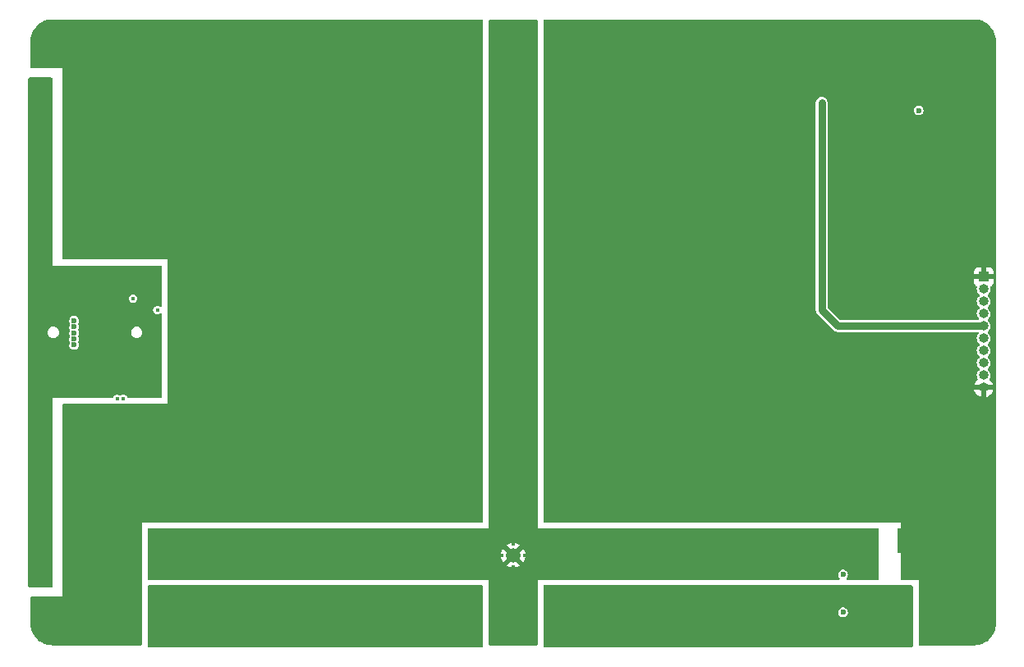
<source format=gbr>
%TF.GenerationSoftware,KiCad,Pcbnew,(5.99.0-11593-g5155093ec0)*%
%TF.CreationDate,2021-08-09T21:00:43+02:00*%
%TF.ProjectId,flatlight_rev21_ledside,666c6174-6c69-4676-9874-5f7265763231,rev?*%
%TF.SameCoordinates,Original*%
%TF.FileFunction,Copper,L2,Inr*%
%TF.FilePolarity,Positive*%
%FSLAX46Y46*%
G04 Gerber Fmt 4.6, Leading zero omitted, Abs format (unit mm)*
G04 Created by KiCad (PCBNEW (5.99.0-11593-g5155093ec0)) date 2021-08-09 21:00:43*
%MOMM*%
%LPD*%
G01*
G04 APERTURE LIST*
%TA.AperFunction,ComponentPad*%
%ADD10C,0.700000*%
%TD*%
%TA.AperFunction,ComponentPad*%
%ADD11C,4.400000*%
%TD*%
%TA.AperFunction,ComponentPad*%
%ADD12C,1.500000*%
%TD*%
%TA.AperFunction,ComponentPad*%
%ADD13R,1.000000X1.000000*%
%TD*%
%TA.AperFunction,ComponentPad*%
%ADD14O,1.000000X1.000000*%
%TD*%
%TA.AperFunction,ViaPad*%
%ADD15C,0.600000*%
%TD*%
%TA.AperFunction,ViaPad*%
%ADD16C,0.450000*%
%TD*%
%TA.AperFunction,ViaPad*%
%ADD17C,1.000000*%
%TD*%
%TA.AperFunction,Conductor*%
%ADD18C,0.800000*%
%TD*%
G04 APERTURE END LIST*
D10*
%TO.N,GND*%
%TO.C,H18*%
X254350000Y-29300000D03*
X252700000Y-30950000D03*
X251050000Y-29300000D03*
X252700000Y-27650000D03*
D11*
X252700000Y-29300000D03*
D10*
X251533274Y-30466726D03*
X253866726Y-30466726D03*
X251533274Y-28133274D03*
X253866726Y-28133274D03*
%TD*%
D12*
%TO.N,LS_SYS*%
%TO.C,H7*%
X205200000Y-82300000D03*
%TD*%
D10*
%TO.N,LS_SYS*%
%TO.C,H16*%
X206366726Y-88133274D03*
X203550000Y-89300000D03*
X206366726Y-90466726D03*
X205200000Y-90950000D03*
D11*
X205200000Y-89300000D03*
D10*
X206850000Y-89300000D03*
X204033274Y-88133274D03*
X205200000Y-87650000D03*
X204033274Y-90466726D03*
%TD*%
D12*
%TO.N,GND*%
%TO.C,H14*%
X186475000Y-59675000D03*
%TD*%
D10*
%TO.N,GND*%
%TO.C,H19*%
X251533274Y-90466726D03*
X251533274Y-88133274D03*
X253866726Y-88133274D03*
X254350000Y-89300000D03*
D11*
X252700000Y-89300000D03*
D10*
X253866726Y-90466726D03*
X251050000Y-89300000D03*
X252700000Y-90950000D03*
X252700000Y-87650000D03*
%TD*%
%TO.N,GND*%
%TO.C,H20*%
X157700000Y-90950000D03*
X159350000Y-89300000D03*
D11*
X157700000Y-89300000D03*
D10*
X156050000Y-89300000D03*
X158866726Y-90466726D03*
X156533274Y-90466726D03*
X157700000Y-87650000D03*
X156533274Y-88133274D03*
X158866726Y-88133274D03*
%TD*%
%TO.N,GND*%
%TO.C,H17*%
X157700000Y-27650000D03*
X156533274Y-28133274D03*
X159350000Y-29300000D03*
X157700000Y-30950000D03*
X158866726Y-30466726D03*
X156050000Y-29300000D03*
D11*
X157700000Y-29300000D03*
D10*
X158866726Y-28133274D03*
X156533274Y-30466726D03*
%TD*%
%TO.N,LS_SYS*%
%TO.C,H15*%
X204033274Y-28133274D03*
X205200000Y-27650000D03*
X206366726Y-30466726D03*
X203550000Y-29300000D03*
X205200000Y-30950000D03*
X206366726Y-28133274D03*
X206850000Y-29300000D03*
X204033274Y-30466726D03*
D11*
X205200000Y-29300000D03*
%TD*%
D13*
%TO.N,GND*%
%TO.C,J4*%
X253700000Y-53575000D03*
D14*
%TO.N,LS_LED_PWM*%
X253700000Y-54845000D03*
%TO.N,LS_FLASH_EN*%
X253700000Y-56115000D03*
%TO.N,LS_TORCH_EN*%
X253700000Y-57385000D03*
%TO.N,LS_WS_LDAT*%
X253700000Y-58655000D03*
%TO.N,LS_WS_POWER*%
X253700000Y-59925000D03*
%TO.N,LS_XP_LED_NTC*%
X253700000Y-61195000D03*
%TO.N,LS_JS_LED_NTC*%
X253700000Y-62465000D03*
%TO.N,+3V3*%
X253700000Y-63735000D03*
%TO.N,GND*%
X253700000Y-65005000D03*
%TD*%
D15*
%TO.N,GND*%
X175450000Y-27550000D03*
X254450000Y-68250000D03*
X254000000Y-48800000D03*
X254500000Y-50300000D03*
X162000000Y-90550000D03*
X209400000Y-28050000D03*
X253950000Y-75750000D03*
X253950000Y-84750000D03*
X243850000Y-27550000D03*
X227350000Y-28050000D03*
X236350000Y-28050000D03*
X253950000Y-78750000D03*
X242350000Y-28050000D03*
X170950000Y-28050000D03*
X225850000Y-27550000D03*
X167950000Y-28050000D03*
D16*
X162575000Y-67925000D03*
D15*
X164950000Y-28050000D03*
X254500000Y-35300000D03*
X197950000Y-28050000D03*
X230350000Y-28050000D03*
X228850000Y-27550000D03*
X253950000Y-69750000D03*
X188950000Y-28050000D03*
X187450000Y-27550000D03*
X254500000Y-38300000D03*
X254500000Y-41300000D03*
X163450000Y-27550000D03*
X190450000Y-27550000D03*
X245350000Y-28050000D03*
X196450000Y-27550000D03*
X254000000Y-45750000D03*
X163500000Y-91050000D03*
D16*
X168700000Y-71150000D03*
D15*
X254000000Y-33800000D03*
X254450000Y-86200000D03*
X200950000Y-28050000D03*
X212350000Y-28050000D03*
X213850000Y-27550000D03*
X160500000Y-27550000D03*
X234850000Y-27550000D03*
X166450000Y-27550000D03*
X253950000Y-72750000D03*
X181450000Y-27550000D03*
X248350000Y-28050000D03*
X254000000Y-51800000D03*
D16*
X166575000Y-71150000D03*
D15*
X254500000Y-44300000D03*
X254450000Y-77250000D03*
D16*
X162100000Y-67925000D03*
D15*
X224350000Y-28050000D03*
X215350000Y-28050000D03*
X254450000Y-80250000D03*
X231850000Y-27550000D03*
X254000000Y-36800000D03*
X199450000Y-27550000D03*
X250100000Y-91050000D03*
X246850000Y-27550000D03*
X254500000Y-47300000D03*
X182950000Y-28050000D03*
X178450000Y-27550000D03*
X169450000Y-27550000D03*
X254000000Y-42800000D03*
X172450000Y-27550000D03*
X233350000Y-28050000D03*
D16*
X165550000Y-67950000D03*
D15*
X179950000Y-28050000D03*
X194950000Y-28050000D03*
X254450000Y-83250000D03*
X176950000Y-28050000D03*
X240850000Y-27550000D03*
D16*
X165075000Y-67950000D03*
D15*
X254450000Y-71250000D03*
X248800000Y-90550000D03*
X210850000Y-27550000D03*
X254500000Y-32300000D03*
X219850000Y-27550000D03*
X239350000Y-28050000D03*
X173950000Y-28050000D03*
X249850000Y-27550000D03*
X237850000Y-27550000D03*
X218350000Y-28050000D03*
X216850000Y-27550000D03*
X166500000Y-91050000D03*
X254450000Y-74250000D03*
X184450000Y-27550000D03*
X253950000Y-81750000D03*
X221350000Y-28050000D03*
X160500000Y-91050000D03*
X253950000Y-66750000D03*
X222850000Y-27550000D03*
X254000000Y-39800000D03*
X191950000Y-28050000D03*
X247425000Y-91050000D03*
X185950000Y-28050000D03*
D16*
X163825000Y-67925000D03*
D15*
X165000000Y-90550000D03*
X161950000Y-28050000D03*
X193450000Y-27550000D03*
%TO.N,+3V3*%
X239200000Y-84300000D03*
D16*
X168500000Y-57000000D03*
%TO.N,LS_SYS*%
X205700000Y-32700000D03*
X205200000Y-32700000D03*
X205700000Y-42100000D03*
X204000000Y-82300000D03*
X205200000Y-83500000D03*
X204700000Y-42100000D03*
X205200000Y-81100000D03*
D17*
X168125000Y-81875000D03*
D16*
X206400000Y-82300000D03*
X205200000Y-42100000D03*
X204700000Y-32700000D03*
D15*
%TO.N,Net-(C47-Pad2)*%
X159925000Y-59350000D03*
X159925000Y-60600000D03*
X159925000Y-58725000D03*
X159925000Y-59975000D03*
X159925000Y-58100000D03*
%TO.N,LS_WS_LDAT*%
X237000000Y-35600000D03*
D16*
%TO.N,Net-(D35-Pad1)*%
X165025000Y-66125000D03*
X164350000Y-66125000D03*
D15*
%TO.N,LS_JS_LED_NTC*%
X239200000Y-88200000D03*
D16*
%TO.N,LS_XP_LED_NTC*%
X166000000Y-55800000D03*
D15*
%TO.N,LS_WS_POWER*%
X247000000Y-36400000D03*
%TO.N,LS_PWM_PWR*%
X225200000Y-90550000D03*
X201000000Y-90550000D03*
X238700000Y-91050000D03*
X234200000Y-90550000D03*
X196500000Y-91050000D03*
X177000000Y-90550000D03*
X192000000Y-90550000D03*
X214700000Y-91050000D03*
X211700000Y-91050000D03*
X228200000Y-90550000D03*
X223700000Y-91050000D03*
X208700000Y-91050000D03*
X231200000Y-90550000D03*
X183000000Y-90550000D03*
X181500000Y-91050000D03*
X174000000Y-90550000D03*
X222200000Y-90550000D03*
X235700000Y-91050000D03*
X190500000Y-91050000D03*
X189000000Y-90550000D03*
X195000000Y-90550000D03*
X232700000Y-91050000D03*
X169500000Y-91050000D03*
X237200000Y-90550000D03*
X180000000Y-90550000D03*
X199500000Y-91050000D03*
X172500000Y-91050000D03*
X210200000Y-90550000D03*
X241700000Y-91050000D03*
X217700000Y-91050000D03*
X193500000Y-91050000D03*
X229700000Y-91050000D03*
X187500000Y-91050000D03*
X168000000Y-90550000D03*
X175500000Y-91050000D03*
X198000000Y-90550000D03*
X243200000Y-90550000D03*
X244650000Y-91050000D03*
X216200000Y-90550000D03*
X213200000Y-90550000D03*
X240200000Y-90550000D03*
X219200000Y-90550000D03*
X184500000Y-91050000D03*
X171000000Y-90550000D03*
X186000000Y-90550000D03*
X178500000Y-91050000D03*
X220700000Y-91050000D03*
X226700000Y-91050000D03*
D17*
%TO.N,PAD*%
X156450000Y-68300000D03*
X155950000Y-48800000D03*
X156450000Y-77300000D03*
X156450000Y-62300000D03*
X155950000Y-42800000D03*
X155950000Y-66800000D03*
X155950000Y-51800000D03*
X156450000Y-83300000D03*
X155950000Y-39800000D03*
X156450000Y-80300000D03*
X155950000Y-84800000D03*
X156450000Y-56300000D03*
X155950000Y-33800000D03*
X155950000Y-72800000D03*
X156450000Y-65300000D03*
X156450000Y-50300000D03*
X156450000Y-44300000D03*
X156450000Y-41300000D03*
X155950000Y-75800000D03*
X156450000Y-38300000D03*
X155950000Y-36800000D03*
X155950000Y-60800000D03*
X155950000Y-63800000D03*
X155950000Y-81800000D03*
X156450000Y-53300000D03*
X156450000Y-71300000D03*
X155950000Y-57800000D03*
X155950000Y-54800000D03*
X155950000Y-78800000D03*
X155950000Y-45800000D03*
X155950000Y-69800000D03*
X156450000Y-35300000D03*
X156450000Y-47300000D03*
X156450000Y-74300000D03*
%TD*%
D18*
%TO.N,LS_WS_LDAT*%
X238655000Y-58655000D02*
X237000000Y-57000000D01*
X237000000Y-57000000D02*
X237000000Y-35600000D01*
X253700000Y-58655000D02*
X238655000Y-58655000D01*
%TD*%
%TA.AperFunction,Conductor*%
%TO.N,GND*%
G36*
X252680182Y-27001953D02*
G01*
X252685813Y-27001963D01*
X252699642Y-27005143D01*
X252713483Y-27002011D01*
X252727668Y-27002036D01*
X252727667Y-27002796D01*
X252735559Y-27002151D01*
X252888227Y-27011386D01*
X252969627Y-27016310D01*
X252984731Y-27018144D01*
X253242928Y-27065460D01*
X253257701Y-27069101D01*
X253508322Y-27147198D01*
X253522540Y-27152591D01*
X253761922Y-27260327D01*
X253775375Y-27267388D01*
X254000029Y-27403196D01*
X254012543Y-27411833D01*
X254219188Y-27573729D01*
X254230576Y-27583819D01*
X254416181Y-27769424D01*
X254426271Y-27780812D01*
X254588167Y-27987457D01*
X254596804Y-27999971D01*
X254732612Y-28224625D01*
X254739676Y-28238084D01*
X254847408Y-28477456D01*
X254852804Y-28491683D01*
X254930899Y-28742299D01*
X254934540Y-28757072D01*
X254981856Y-29015269D01*
X254983690Y-29030373D01*
X254997831Y-29264145D01*
X254998061Y-29271972D01*
X254998037Y-29285815D01*
X254994857Y-29299642D01*
X254997989Y-29313482D01*
X254997980Y-29318371D01*
X255000000Y-29336448D01*
X255000000Y-89262976D01*
X254998047Y-89280182D01*
X254998037Y-89285813D01*
X254994857Y-89299642D01*
X254997989Y-89313483D01*
X254997964Y-89327668D01*
X254997204Y-89327667D01*
X254997849Y-89335562D01*
X254983690Y-89569627D01*
X254981856Y-89584731D01*
X254934540Y-89842928D01*
X254930899Y-89857701D01*
X254859002Y-90088428D01*
X254852804Y-90108317D01*
X254847409Y-90122540D01*
X254826517Y-90168963D01*
X254739676Y-90361916D01*
X254732612Y-90375375D01*
X254596804Y-90600029D01*
X254588167Y-90612543D01*
X254426271Y-90819188D01*
X254416181Y-90830576D01*
X254230576Y-91016181D01*
X254219188Y-91026271D01*
X254012543Y-91188167D01*
X254000029Y-91196804D01*
X253775375Y-91332612D01*
X253761922Y-91339673D01*
X253522540Y-91447409D01*
X253508322Y-91452802D01*
X253336353Y-91506390D01*
X253257701Y-91530899D01*
X253242928Y-91534540D01*
X252984731Y-91581856D01*
X252969627Y-91583690D01*
X252735855Y-91597831D01*
X252728028Y-91598061D01*
X252714185Y-91598037D01*
X252700358Y-91594857D01*
X252686518Y-91597989D01*
X252681629Y-91597980D01*
X252663552Y-91600000D01*
X247126000Y-91600000D01*
X247057879Y-91579998D01*
X247011386Y-91526342D01*
X247000000Y-91474000D01*
X247000000Y-84850000D01*
X245276000Y-84850000D01*
X245207879Y-84829998D01*
X245161386Y-84776342D01*
X245150000Y-84724000D01*
X245150000Y-82050000D01*
X244926000Y-82050000D01*
X244857879Y-82029998D01*
X244811386Y-81976342D01*
X244800000Y-81924000D01*
X244800000Y-79626000D01*
X244820002Y-79557879D01*
X244873658Y-79511386D01*
X244926000Y-79500000D01*
X245150000Y-79500000D01*
X245150000Y-78900000D01*
X208426000Y-78900000D01*
X208357879Y-78879998D01*
X208311386Y-78826342D01*
X208300000Y-78774000D01*
X208300000Y-65270975D01*
X252727601Y-65270975D01*
X252756552Y-65371941D01*
X252761067Y-65383345D01*
X252845794Y-65548207D01*
X252852435Y-65558512D01*
X252967568Y-65703772D01*
X252976091Y-65712598D01*
X253117245Y-65832730D01*
X253127317Y-65839730D01*
X253289116Y-65930156D01*
X253300356Y-65935067D01*
X253428768Y-65976790D01*
X253442867Y-65977193D01*
X253446000Y-65970821D01*
X253446000Y-65277115D01*
X253444659Y-65272548D01*
X253954000Y-65272548D01*
X253954000Y-65962564D01*
X253957973Y-65976095D01*
X253966188Y-65977276D01*
X254060337Y-65950989D01*
X254071787Y-65946548D01*
X254237226Y-65862979D01*
X254247585Y-65856404D01*
X254393639Y-65742295D01*
X254402527Y-65733831D01*
X254523643Y-65593517D01*
X254530711Y-65583497D01*
X254622262Y-65422337D01*
X254627256Y-65411121D01*
X254672142Y-65276190D01*
X254672643Y-65262097D01*
X254666454Y-65259000D01*
X253972115Y-65259000D01*
X253956876Y-65263475D01*
X253955671Y-65264865D01*
X253954000Y-65272548D01*
X253444659Y-65272548D01*
X253441525Y-65261876D01*
X253440135Y-65260671D01*
X253432452Y-65259000D01*
X252742282Y-65259000D01*
X252728751Y-65262973D01*
X252727601Y-65270975D01*
X208300000Y-65270975D01*
X208300000Y-57000000D01*
X236394318Y-57000000D01*
X236399500Y-57039361D01*
X236414956Y-57156762D01*
X236475464Y-57302841D01*
X236571718Y-57428282D01*
X236578264Y-57433305D01*
X236596671Y-57447429D01*
X236609062Y-57458297D01*
X238196710Y-59045946D01*
X238207577Y-59058337D01*
X238226718Y-59083282D01*
X238258213Y-59107449D01*
X238258214Y-59107450D01*
X238352159Y-59179536D01*
X238498238Y-59240044D01*
X238655000Y-59260682D01*
X238663188Y-59259604D01*
X238686173Y-59256578D01*
X238702619Y-59255500D01*
X253071730Y-59255500D01*
X253139851Y-59275502D01*
X253186344Y-59329158D01*
X253196448Y-59399432D01*
X253174817Y-59453951D01*
X253078113Y-59591547D01*
X253016524Y-59749513D01*
X252994394Y-59917611D01*
X253012999Y-60086135D01*
X253071266Y-60245356D01*
X253075502Y-60251659D01*
X253075502Y-60251660D01*
X253088574Y-60271113D01*
X253165830Y-60386083D01*
X253171446Y-60391193D01*
X253254958Y-60467184D01*
X253291880Y-60527824D01*
X253290157Y-60598800D01*
X253252987Y-60655326D01*
X253175604Y-60722831D01*
X253078113Y-60861547D01*
X253016524Y-61019513D01*
X252994394Y-61187611D01*
X253012999Y-61356135D01*
X253071266Y-61515356D01*
X253075502Y-61521659D01*
X253075502Y-61521660D01*
X253088574Y-61541113D01*
X253165830Y-61656083D01*
X253171446Y-61661193D01*
X253254958Y-61737184D01*
X253291880Y-61797824D01*
X253290157Y-61868800D01*
X253252987Y-61925326D01*
X253175604Y-61992831D01*
X253078113Y-62131547D01*
X253016524Y-62289513D01*
X252994394Y-62457611D01*
X253012999Y-62626135D01*
X253071266Y-62785356D01*
X253075502Y-62791659D01*
X253075502Y-62791660D01*
X253088574Y-62811113D01*
X253165830Y-62926083D01*
X253171446Y-62931193D01*
X253254958Y-63007184D01*
X253291880Y-63067824D01*
X253290157Y-63138800D01*
X253252987Y-63195326D01*
X253175604Y-63262831D01*
X253078113Y-63401547D01*
X253016524Y-63559513D01*
X252994394Y-63727611D01*
X253012999Y-63896135D01*
X253071266Y-64055356D01*
X253075501Y-64061659D01*
X253075505Y-64061666D01*
X253077300Y-64064337D01*
X253078009Y-64066580D01*
X253078952Y-64068431D01*
X253078643Y-64068588D01*
X253098693Y-64132034D01*
X253080089Y-64200550D01*
X253051670Y-64232810D01*
X252996131Y-64277463D01*
X252987368Y-64286046D01*
X252868222Y-64428039D01*
X252861292Y-64438159D01*
X252771998Y-64600585D01*
X252767166Y-64611858D01*
X252728506Y-64733731D01*
X252728202Y-64747831D01*
X252734763Y-64751000D01*
X254658183Y-64751000D01*
X254671714Y-64747027D01*
X254672806Y-64739433D01*
X254638231Y-64624919D01*
X254633560Y-64613586D01*
X254546540Y-64449923D01*
X254539751Y-64439706D01*
X254422603Y-64296067D01*
X254413959Y-64287363D01*
X254347576Y-64232447D01*
X254307838Y-64173614D01*
X254306215Y-64102635D01*
X254316089Y-64078108D01*
X254318361Y-64074947D01*
X254321192Y-64067904D01*
X254321194Y-64067901D01*
X254378766Y-63924687D01*
X254378767Y-63924685D01*
X254381601Y-63917634D01*
X254405490Y-63749778D01*
X254405645Y-63735000D01*
X254403840Y-63720080D01*
X254386188Y-63574220D01*
X254385276Y-63566680D01*
X254325345Y-63408077D01*
X254229312Y-63268349D01*
X254145663Y-63193820D01*
X254108107Y-63133570D01*
X254109088Y-63062580D01*
X254147652Y-63003933D01*
X254213648Y-62947567D01*
X254213651Y-62947564D01*
X254219423Y-62942634D01*
X254318361Y-62804947D01*
X254326237Y-62785356D01*
X254378766Y-62654687D01*
X254378767Y-62654685D01*
X254381601Y-62647634D01*
X254405490Y-62479778D01*
X254405645Y-62465000D01*
X254403840Y-62450080D01*
X254386188Y-62304220D01*
X254385276Y-62296680D01*
X254325345Y-62138077D01*
X254229312Y-61998349D01*
X254145663Y-61923820D01*
X254108107Y-61863570D01*
X254109088Y-61792580D01*
X254147652Y-61733933D01*
X254213648Y-61677567D01*
X254213651Y-61677564D01*
X254219423Y-61672634D01*
X254318361Y-61534947D01*
X254326237Y-61515356D01*
X254378766Y-61384687D01*
X254378767Y-61384685D01*
X254381601Y-61377634D01*
X254405490Y-61209778D01*
X254405645Y-61195000D01*
X254403840Y-61180080D01*
X254386188Y-61034220D01*
X254385276Y-61026680D01*
X254325345Y-60868077D01*
X254229312Y-60728349D01*
X254145663Y-60653820D01*
X254108107Y-60593570D01*
X254109088Y-60522580D01*
X254147652Y-60463933D01*
X254213648Y-60407567D01*
X254213651Y-60407564D01*
X254219423Y-60402634D01*
X254318361Y-60264947D01*
X254326237Y-60245356D01*
X254378766Y-60114687D01*
X254378767Y-60114685D01*
X254381601Y-60107634D01*
X254405490Y-59939778D01*
X254405645Y-59925000D01*
X254403840Y-59910080D01*
X254386188Y-59764220D01*
X254385276Y-59756680D01*
X254325345Y-59598077D01*
X254229312Y-59458349D01*
X254145663Y-59383820D01*
X254108107Y-59323570D01*
X254109088Y-59252580D01*
X254147652Y-59193933D01*
X254213648Y-59137567D01*
X254213651Y-59137564D01*
X254219423Y-59132634D01*
X254318361Y-58994947D01*
X254381601Y-58837634D01*
X254405490Y-58669778D01*
X254405645Y-58655000D01*
X254385276Y-58486680D01*
X254325345Y-58328077D01*
X254229312Y-58188349D01*
X254145663Y-58113820D01*
X254108107Y-58053570D01*
X254109088Y-57982580D01*
X254147652Y-57923933D01*
X254213648Y-57867567D01*
X254213651Y-57867564D01*
X254219423Y-57862634D01*
X254318361Y-57724947D01*
X254326237Y-57705356D01*
X254378766Y-57574687D01*
X254378767Y-57574685D01*
X254381601Y-57567634D01*
X254397994Y-57452452D01*
X254404909Y-57403862D01*
X254404909Y-57403859D01*
X254405490Y-57399778D01*
X254405645Y-57385000D01*
X254403840Y-57370080D01*
X254396495Y-57309392D01*
X254385276Y-57216680D01*
X254325345Y-57058077D01*
X254264005Y-56968827D01*
X254233614Y-56924608D01*
X254233613Y-56924607D01*
X254229312Y-56918349D01*
X254145663Y-56843820D01*
X254108107Y-56783570D01*
X254109088Y-56712580D01*
X254147652Y-56653933D01*
X254213648Y-56597567D01*
X254213651Y-56597564D01*
X254219423Y-56592634D01*
X254318361Y-56454947D01*
X254326237Y-56435356D01*
X254378766Y-56304687D01*
X254378767Y-56304685D01*
X254381601Y-56297634D01*
X254405490Y-56129778D01*
X254405645Y-56115000D01*
X254403840Y-56100080D01*
X254386188Y-55954220D01*
X254385276Y-55946680D01*
X254325345Y-55788077D01*
X254229312Y-55648349D01*
X254145663Y-55573820D01*
X254108107Y-55513570D01*
X254109088Y-55442580D01*
X254147652Y-55383933D01*
X254213648Y-55327567D01*
X254213651Y-55327564D01*
X254219423Y-55322634D01*
X254318361Y-55184947D01*
X254326237Y-55165356D01*
X254378766Y-55034687D01*
X254378767Y-55034685D01*
X254381601Y-55027634D01*
X254405490Y-54859778D01*
X254405645Y-54845000D01*
X254404751Y-54837611D01*
X254386189Y-54684223D01*
X254386189Y-54684221D01*
X254385276Y-54676680D01*
X254382591Y-54669574D01*
X254381687Y-54665894D01*
X254384863Y-54594969D01*
X254425880Y-54537019D01*
X254443542Y-54525319D01*
X254453649Y-54519786D01*
X254555724Y-54443285D01*
X254568285Y-54430724D01*
X254644786Y-54328649D01*
X254653324Y-54313054D01*
X254698478Y-54192606D01*
X254702105Y-54177351D01*
X254707631Y-54126486D01*
X254708000Y-54119672D01*
X254708000Y-53847115D01*
X254703525Y-53831876D01*
X254702135Y-53830671D01*
X254694452Y-53829000D01*
X252710116Y-53829000D01*
X252694877Y-53833475D01*
X252693672Y-53834865D01*
X252692001Y-53842548D01*
X252692001Y-54119669D01*
X252692371Y-54126490D01*
X252697895Y-54177352D01*
X252701521Y-54192604D01*
X252746676Y-54313054D01*
X252755214Y-54328649D01*
X252831715Y-54430724D01*
X252844276Y-54443285D01*
X252946353Y-54519787D01*
X252956523Y-54525355D01*
X253006670Y-54575612D01*
X253021685Y-54645003D01*
X253018516Y-54664405D01*
X253016524Y-54669513D01*
X252994394Y-54837611D01*
X253012999Y-55006135D01*
X253071266Y-55165356D01*
X253075502Y-55171659D01*
X253075502Y-55171660D01*
X253088574Y-55191113D01*
X253165830Y-55306083D01*
X253171446Y-55311193D01*
X253254958Y-55387184D01*
X253291880Y-55447824D01*
X253290157Y-55518800D01*
X253252987Y-55575326D01*
X253175604Y-55642831D01*
X253078113Y-55781547D01*
X253016524Y-55939513D01*
X252994394Y-56107611D01*
X253012999Y-56276135D01*
X253071266Y-56435356D01*
X253075502Y-56441659D01*
X253075502Y-56441660D01*
X253088574Y-56461113D01*
X253165830Y-56576083D01*
X253171446Y-56581193D01*
X253254958Y-56657184D01*
X253291880Y-56717824D01*
X253290157Y-56788800D01*
X253252987Y-56845326D01*
X253175604Y-56912831D01*
X253078113Y-57051547D01*
X253016524Y-57209513D01*
X252994394Y-57377611D01*
X253012999Y-57546135D01*
X253071266Y-57705356D01*
X253075502Y-57711659D01*
X253075502Y-57711660D01*
X253084431Y-57724947D01*
X253165830Y-57846083D01*
X253167945Y-57848007D01*
X253196479Y-57910805D01*
X253186242Y-57981060D01*
X253139648Y-58034627D01*
X253071728Y-58054500D01*
X238955926Y-58054500D01*
X238887805Y-58034498D01*
X238866831Y-58017595D01*
X237637405Y-56788170D01*
X237603380Y-56725858D01*
X237600500Y-56699075D01*
X237600500Y-53030328D01*
X252692000Y-53030328D01*
X252692000Y-53302885D01*
X252696475Y-53318124D01*
X252697865Y-53319329D01*
X252705548Y-53321000D01*
X253427885Y-53321000D01*
X253443124Y-53316525D01*
X253444329Y-53315135D01*
X253446000Y-53307452D01*
X253446000Y-52585116D01*
X253444659Y-52580548D01*
X253954000Y-52580548D01*
X253954000Y-53302885D01*
X253958475Y-53318124D01*
X253959865Y-53319329D01*
X253967548Y-53321000D01*
X254689884Y-53321000D01*
X254705123Y-53316525D01*
X254706328Y-53315135D01*
X254707999Y-53307452D01*
X254707999Y-53030331D01*
X254707629Y-53023510D01*
X254702105Y-52972648D01*
X254698479Y-52957396D01*
X254653324Y-52836946D01*
X254644786Y-52821351D01*
X254568285Y-52719276D01*
X254555724Y-52706715D01*
X254453649Y-52630214D01*
X254438054Y-52621676D01*
X254317606Y-52576522D01*
X254302351Y-52572895D01*
X254251486Y-52567369D01*
X254244672Y-52567000D01*
X253972115Y-52567000D01*
X253956876Y-52571475D01*
X253955671Y-52572865D01*
X253954000Y-52580548D01*
X253444659Y-52580548D01*
X253441525Y-52569877D01*
X253440135Y-52568672D01*
X253432452Y-52567001D01*
X253155331Y-52567001D01*
X253148510Y-52567371D01*
X253097648Y-52572895D01*
X253082396Y-52576521D01*
X252961946Y-52621676D01*
X252946351Y-52630214D01*
X252844276Y-52706715D01*
X252831715Y-52719276D01*
X252755214Y-52821351D01*
X252746676Y-52836946D01*
X252701522Y-52957394D01*
X252697895Y-52972649D01*
X252692369Y-53023514D01*
X252692000Y-53030328D01*
X237600500Y-53030328D01*
X237600500Y-36393823D01*
X246494391Y-36393823D01*
X246495555Y-36402725D01*
X246495555Y-36402728D01*
X246496814Y-36412354D01*
X246512980Y-36535979D01*
X246570720Y-36667203D01*
X246576497Y-36674076D01*
X246576498Y-36674077D01*
X246583792Y-36682754D01*
X246662970Y-36776948D01*
X246782313Y-36856390D01*
X246919157Y-36899142D01*
X246928129Y-36899306D01*
X246928132Y-36899307D01*
X246993463Y-36900504D01*
X247062499Y-36901770D01*
X247071533Y-36899307D01*
X247192158Y-36866421D01*
X247192160Y-36866420D01*
X247200817Y-36864060D01*
X247322991Y-36789045D01*
X247419200Y-36682754D01*
X247481710Y-36553733D01*
X247505496Y-36412354D01*
X247505647Y-36400000D01*
X247485323Y-36258082D01*
X247425984Y-36127572D01*
X247407598Y-36106234D01*
X247338260Y-36025763D01*
X247338257Y-36025760D01*
X247332400Y-36018963D01*
X247212095Y-35940985D01*
X247074739Y-35899907D01*
X247065763Y-35899852D01*
X247065762Y-35899852D01*
X247005555Y-35899484D01*
X246931376Y-35899031D01*
X246793529Y-35938428D01*
X246672280Y-36014930D01*
X246577377Y-36122388D01*
X246516447Y-36252163D01*
X246494391Y-36393823D01*
X237600500Y-36393823D01*
X237600500Y-35560639D01*
X237585044Y-35443238D01*
X237524536Y-35297159D01*
X237428282Y-35171718D01*
X237302841Y-35075464D01*
X237156762Y-35014956D01*
X237000000Y-34994318D01*
X236843238Y-35014956D01*
X236697159Y-35075464D01*
X236571718Y-35171718D01*
X236475464Y-35297159D01*
X236414956Y-35443238D01*
X236399500Y-35560639D01*
X236399500Y-56952381D01*
X236398422Y-56968827D01*
X236394318Y-57000000D01*
X208300000Y-57000000D01*
X208300000Y-27126000D01*
X208320002Y-27057879D01*
X208373658Y-27011386D01*
X208426000Y-27000000D01*
X252662976Y-27000000D01*
X252680182Y-27001953D01*
G37*
%TD.AperFunction*%
%TD*%
%TA.AperFunction,Conductor*%
%TO.N,GND*%
G36*
X202042121Y-27020002D02*
G01*
X202088614Y-27073658D01*
X202100000Y-27126000D01*
X202100000Y-78774000D01*
X202079998Y-78842121D01*
X202026342Y-78888614D01*
X201974000Y-78900000D01*
X166900000Y-78900000D01*
X166900000Y-91474000D01*
X166879998Y-91542121D01*
X166826342Y-91588614D01*
X166774000Y-91600000D01*
X157737024Y-91600000D01*
X157719818Y-91598047D01*
X157714187Y-91598037D01*
X157700358Y-91594857D01*
X157686517Y-91597989D01*
X157672332Y-91597964D01*
X157672333Y-91597204D01*
X157664441Y-91597849D01*
X157496228Y-91587674D01*
X157430373Y-91583690D01*
X157415269Y-91581856D01*
X157157072Y-91534540D01*
X157142299Y-91530899D01*
X157063647Y-91506390D01*
X156891678Y-91452802D01*
X156877460Y-91447409D01*
X156638078Y-91339673D01*
X156624625Y-91332612D01*
X156399971Y-91196804D01*
X156387457Y-91188167D01*
X156180812Y-91026271D01*
X156169424Y-91016181D01*
X155983819Y-90830576D01*
X155973729Y-90819188D01*
X155811833Y-90612543D01*
X155803196Y-90600029D01*
X155667388Y-90375375D01*
X155660324Y-90361916D01*
X155573484Y-90168963D01*
X155552591Y-90122540D01*
X155547196Y-90108317D01*
X155540999Y-90088428D01*
X155469101Y-89857701D01*
X155465460Y-89842928D01*
X155418144Y-89584731D01*
X155416310Y-89569627D01*
X155402188Y-89336169D01*
X155402784Y-89314157D01*
X155403530Y-89307670D01*
X155405142Y-89300716D01*
X155405143Y-89300000D01*
X155403154Y-89291282D01*
X155400000Y-89263267D01*
X155400000Y-86726000D01*
X155420002Y-86657879D01*
X155473658Y-86611386D01*
X155526000Y-86600000D01*
X158700000Y-86600000D01*
X158700000Y-66826000D01*
X158720002Y-66757879D01*
X158773658Y-66711386D01*
X158826000Y-66700000D01*
X169575000Y-66700000D01*
X169575000Y-51800000D01*
X158826000Y-51800000D01*
X158757879Y-51779998D01*
X158711386Y-51726342D01*
X158700000Y-51674000D01*
X158700000Y-32000000D01*
X155526000Y-32000000D01*
X155457879Y-31979998D01*
X155411386Y-31926342D01*
X155400000Y-31874000D01*
X155400000Y-29337312D01*
X155403254Y-29308860D01*
X155405142Y-29300716D01*
X155405143Y-29300000D01*
X155403560Y-29293060D01*
X155402769Y-29285990D01*
X155403963Y-29285856D01*
X155402168Y-29264153D01*
X155416310Y-29030373D01*
X155418144Y-29015269D01*
X155465460Y-28757072D01*
X155469101Y-28742299D01*
X155547196Y-28491683D01*
X155552592Y-28477456D01*
X155660324Y-28238084D01*
X155667388Y-28224625D01*
X155803196Y-27999971D01*
X155811833Y-27987457D01*
X155973729Y-27780812D01*
X155983819Y-27769424D01*
X156169424Y-27583819D01*
X156180812Y-27573729D01*
X156387457Y-27411833D01*
X156399971Y-27403196D01*
X156624625Y-27267388D01*
X156638078Y-27260327D01*
X156877460Y-27152591D01*
X156891678Y-27147198D01*
X157142299Y-27069101D01*
X157157072Y-27065460D01*
X157415269Y-27018144D01*
X157430373Y-27016310D01*
X157664145Y-27002169D01*
X157671972Y-27001939D01*
X157685815Y-27001963D01*
X157699642Y-27005143D01*
X157713482Y-27002011D01*
X157718371Y-27002020D01*
X157736448Y-27000000D01*
X201974000Y-27000000D01*
X202042121Y-27020002D01*
G37*
%TD.AperFunction*%
%TD*%
%TA.AperFunction,Conductor*%
%TO.N,LS_PWM_PWR*%
G36*
X202042121Y-85420002D02*
G01*
X202088614Y-85473658D01*
X202100000Y-85526000D01*
X202100000Y-91674000D01*
X202079998Y-91742121D01*
X202026342Y-91788614D01*
X201974000Y-91800000D01*
X167626000Y-91800000D01*
X167557879Y-91779998D01*
X167511386Y-91726342D01*
X167500000Y-91674000D01*
X167500000Y-85526000D01*
X167520002Y-85457879D01*
X167573658Y-85411386D01*
X167626000Y-85400000D01*
X201974000Y-85400000D01*
X202042121Y-85420002D01*
G37*
%TD.AperFunction*%
%TD*%
%TA.AperFunction,Conductor*%
%TO.N,PAD*%
G36*
X157642121Y-33020002D02*
G01*
X157688614Y-33073658D01*
X157700000Y-33126000D01*
X157700000Y-52400000D01*
X168849000Y-52400000D01*
X168917121Y-52420002D01*
X168963614Y-52473658D01*
X168975000Y-52526000D01*
X168975000Y-56569062D01*
X168954998Y-56637183D01*
X168901342Y-56683676D01*
X168831068Y-56693780D01*
X168766488Y-56664286D01*
X168760342Y-56658563D01*
X168760229Y-56658481D01*
X168753220Y-56651472D01*
X168633126Y-56590281D01*
X168623337Y-56588731D01*
X168623335Y-56588730D01*
X168509793Y-56570747D01*
X168500000Y-56569196D01*
X168490207Y-56570747D01*
X168376665Y-56588730D01*
X168376663Y-56588731D01*
X168366874Y-56590281D01*
X168246780Y-56651472D01*
X168151472Y-56746780D01*
X168090281Y-56866874D01*
X168069196Y-57000000D01*
X168090281Y-57133126D01*
X168151472Y-57253220D01*
X168246780Y-57348528D01*
X168366874Y-57409719D01*
X168376663Y-57411269D01*
X168376665Y-57411270D01*
X168490207Y-57429253D01*
X168500000Y-57430804D01*
X168509793Y-57429253D01*
X168623335Y-57411270D01*
X168623337Y-57411269D01*
X168633126Y-57409719D01*
X168753220Y-57348528D01*
X168760232Y-57341516D01*
X168768252Y-57335689D01*
X168769082Y-57336832D01*
X168822217Y-57307817D01*
X168893032Y-57312882D01*
X168949868Y-57355429D01*
X168974679Y-57421949D01*
X168975000Y-57430938D01*
X168975000Y-65974000D01*
X168954998Y-66042121D01*
X168901342Y-66088614D01*
X168849000Y-66100000D01*
X165559459Y-66100000D01*
X165491338Y-66079998D01*
X165444845Y-66026342D01*
X165440169Y-66010829D01*
X165439335Y-66011100D01*
X165436270Y-66001667D01*
X165434719Y-65991874D01*
X165373528Y-65871780D01*
X165278220Y-65776472D01*
X165158126Y-65715281D01*
X165148337Y-65713731D01*
X165148335Y-65713730D01*
X165034793Y-65695747D01*
X165025000Y-65694196D01*
X165015207Y-65695747D01*
X164901665Y-65713730D01*
X164901663Y-65713731D01*
X164891874Y-65715281D01*
X164771780Y-65776472D01*
X164764764Y-65783488D01*
X164761564Y-65785813D01*
X164694697Y-65809673D01*
X164625545Y-65793595D01*
X164613436Y-65785813D01*
X164610236Y-65783488D01*
X164603220Y-65776472D01*
X164483126Y-65715281D01*
X164473337Y-65713731D01*
X164473335Y-65713730D01*
X164359793Y-65695747D01*
X164350000Y-65694196D01*
X164340207Y-65695747D01*
X164226665Y-65713730D01*
X164226663Y-65713731D01*
X164216874Y-65715281D01*
X164096780Y-65776472D01*
X164001472Y-65871780D01*
X163940281Y-65991874D01*
X163938730Y-66001667D01*
X163935665Y-66011100D01*
X163932271Y-66009997D01*
X163909568Y-66057874D01*
X163849296Y-66095394D01*
X163815541Y-66100000D01*
X157700000Y-66100000D01*
X157700000Y-85474000D01*
X157679998Y-85542121D01*
X157626342Y-85588614D01*
X157574000Y-85600000D01*
X155326000Y-85600000D01*
X155257879Y-85579998D01*
X155211386Y-85526342D01*
X155200000Y-85474000D01*
X155200000Y-59300000D01*
X157188482Y-59300000D01*
X157189560Y-59308188D01*
X157194431Y-59345184D01*
X157208467Y-59451802D01*
X157267061Y-59593259D01*
X157360269Y-59714731D01*
X157481741Y-59807939D01*
X157489367Y-59811098D01*
X157489369Y-59811099D01*
X157508538Y-59819039D01*
X157623198Y-59866533D01*
X157631382Y-59867610D01*
X157631384Y-59867611D01*
X157732797Y-59880962D01*
X157736884Y-59881500D01*
X157813116Y-59881500D01*
X157817203Y-59880962D01*
X157918616Y-59867611D01*
X157918618Y-59867610D01*
X157926802Y-59866533D01*
X158041462Y-59819039D01*
X158060631Y-59811099D01*
X158060633Y-59811098D01*
X158068259Y-59807939D01*
X158189731Y-59714731D01*
X158282939Y-59593259D01*
X158341533Y-59451802D01*
X158355570Y-59345184D01*
X158360440Y-59308188D01*
X158361518Y-59300000D01*
X158348638Y-59202163D01*
X158342611Y-59156384D01*
X158342610Y-59156382D01*
X158341533Y-59148198D01*
X158316673Y-59088182D01*
X158286099Y-59014369D01*
X158286098Y-59014367D01*
X158282939Y-59006741D01*
X158189731Y-58885269D01*
X158068259Y-58792061D01*
X158060633Y-58788902D01*
X158060631Y-58788901D01*
X157934428Y-58736626D01*
X157934429Y-58736626D01*
X157926802Y-58733467D01*
X157918618Y-58732390D01*
X157918616Y-58732389D01*
X157817203Y-58719038D01*
X157817202Y-58719038D01*
X157813116Y-58718500D01*
X157736884Y-58718500D01*
X157732798Y-58719038D01*
X157732797Y-58719038D01*
X157631384Y-58732389D01*
X157631382Y-58732390D01*
X157623198Y-58733467D01*
X157615571Y-58736626D01*
X157615572Y-58736626D01*
X157489369Y-58788901D01*
X157489367Y-58788902D01*
X157481741Y-58792061D01*
X157360269Y-58885269D01*
X157267061Y-59006741D01*
X157263902Y-59014367D01*
X157263901Y-59014369D01*
X157233327Y-59088182D01*
X157208467Y-59148198D01*
X157207390Y-59156382D01*
X157207389Y-59156384D01*
X157201362Y-59202163D01*
X157188482Y-59300000D01*
X155200000Y-59300000D01*
X155200000Y-58093823D01*
X159419391Y-58093823D01*
X159420555Y-58102725D01*
X159420555Y-58102728D01*
X159421814Y-58112354D01*
X159437980Y-58235979D01*
X159490832Y-58356093D01*
X159494081Y-58363477D01*
X159503209Y-58433884D01*
X159492809Y-58467768D01*
X159441447Y-58577163D01*
X159419391Y-58718823D01*
X159420555Y-58727725D01*
X159420555Y-58727728D01*
X159421306Y-58733467D01*
X159437980Y-58860979D01*
X159490832Y-58981093D01*
X159494081Y-58988477D01*
X159503209Y-59058884D01*
X159492809Y-59092768D01*
X159441447Y-59202163D01*
X159419391Y-59343823D01*
X159420555Y-59352725D01*
X159420555Y-59352728D01*
X159421814Y-59362354D01*
X159437980Y-59485979D01*
X159490832Y-59606093D01*
X159494081Y-59613477D01*
X159503209Y-59683884D01*
X159492809Y-59717768D01*
X159441447Y-59827163D01*
X159419391Y-59968823D01*
X159420555Y-59977725D01*
X159420555Y-59977728D01*
X159421814Y-59987354D01*
X159437980Y-60110979D01*
X159490832Y-60231093D01*
X159494081Y-60238477D01*
X159503209Y-60308884D01*
X159492809Y-60342768D01*
X159441447Y-60452163D01*
X159419391Y-60593823D01*
X159420555Y-60602725D01*
X159420555Y-60602728D01*
X159421814Y-60612354D01*
X159437980Y-60735979D01*
X159495720Y-60867203D01*
X159501497Y-60874076D01*
X159501498Y-60874077D01*
X159508792Y-60882754D01*
X159587970Y-60976948D01*
X159707313Y-61056390D01*
X159844157Y-61099142D01*
X159853129Y-61099306D01*
X159853132Y-61099307D01*
X159918463Y-61100504D01*
X159987499Y-61101770D01*
X159996533Y-61099307D01*
X160117158Y-61066421D01*
X160117160Y-61066420D01*
X160125817Y-61064060D01*
X160247991Y-60989045D01*
X160344200Y-60882754D01*
X160406710Y-60753733D01*
X160430496Y-60612354D01*
X160430647Y-60600000D01*
X160410323Y-60458082D01*
X160355808Y-60338182D01*
X160345822Y-60267891D01*
X160357117Y-60231093D01*
X160402795Y-60136814D01*
X160402795Y-60136813D01*
X160406710Y-60128733D01*
X160430496Y-59987354D01*
X160430647Y-59975000D01*
X160415268Y-59867611D01*
X160411596Y-59841968D01*
X160411595Y-59841965D01*
X160410323Y-59833082D01*
X160355808Y-59713182D01*
X160345822Y-59642891D01*
X160357117Y-59606093D01*
X160402795Y-59511814D01*
X160402795Y-59511813D01*
X160406710Y-59503733D01*
X160430496Y-59362354D01*
X160430647Y-59350000D01*
X160423487Y-59300000D01*
X165788482Y-59300000D01*
X165789560Y-59308188D01*
X165794431Y-59345184D01*
X165808467Y-59451802D01*
X165867061Y-59593259D01*
X165960269Y-59714731D01*
X166081741Y-59807939D01*
X166089367Y-59811098D01*
X166089369Y-59811099D01*
X166108538Y-59819039D01*
X166223198Y-59866533D01*
X166231382Y-59867610D01*
X166231384Y-59867611D01*
X166332797Y-59880962D01*
X166336884Y-59881500D01*
X166413116Y-59881500D01*
X166417203Y-59880962D01*
X166518616Y-59867611D01*
X166518618Y-59867610D01*
X166526802Y-59866533D01*
X166641462Y-59819039D01*
X166660631Y-59811099D01*
X166660633Y-59811098D01*
X166668259Y-59807939D01*
X166789731Y-59714731D01*
X166882939Y-59593259D01*
X166941533Y-59451802D01*
X166955570Y-59345184D01*
X166960440Y-59308188D01*
X166961518Y-59300000D01*
X166948638Y-59202163D01*
X166942611Y-59156384D01*
X166942610Y-59156382D01*
X166941533Y-59148198D01*
X166916673Y-59088182D01*
X166886099Y-59014369D01*
X166886098Y-59014367D01*
X166882939Y-59006741D01*
X166789731Y-58885269D01*
X166668259Y-58792061D01*
X166660633Y-58788902D01*
X166660631Y-58788901D01*
X166534428Y-58736626D01*
X166534429Y-58736626D01*
X166526802Y-58733467D01*
X166518618Y-58732390D01*
X166518616Y-58732389D01*
X166417203Y-58719038D01*
X166417202Y-58719038D01*
X166413116Y-58718500D01*
X166336884Y-58718500D01*
X166332798Y-58719038D01*
X166332797Y-58719038D01*
X166231384Y-58732389D01*
X166231382Y-58732390D01*
X166223198Y-58733467D01*
X166215571Y-58736626D01*
X166215572Y-58736626D01*
X166089369Y-58788901D01*
X166089367Y-58788902D01*
X166081741Y-58792061D01*
X165960269Y-58885269D01*
X165867061Y-59006741D01*
X165863902Y-59014367D01*
X165863901Y-59014369D01*
X165833327Y-59088182D01*
X165808467Y-59148198D01*
X165807390Y-59156382D01*
X165807389Y-59156384D01*
X165801362Y-59202163D01*
X165788482Y-59300000D01*
X160423487Y-59300000D01*
X160410323Y-59208082D01*
X160386818Y-59156384D01*
X160355808Y-59088182D01*
X160345822Y-59017891D01*
X160357117Y-58981093D01*
X160402795Y-58886814D01*
X160402795Y-58886813D01*
X160406710Y-58878733D01*
X160430496Y-58737354D01*
X160430647Y-58725000D01*
X160410323Y-58583082D01*
X160355808Y-58463182D01*
X160345822Y-58392891D01*
X160357117Y-58356093D01*
X160402795Y-58261814D01*
X160402795Y-58261813D01*
X160406710Y-58253733D01*
X160430496Y-58112354D01*
X160430647Y-58100000D01*
X160410323Y-57958082D01*
X160350984Y-57827572D01*
X160332598Y-57806234D01*
X160263260Y-57725763D01*
X160263257Y-57725760D01*
X160257400Y-57718963D01*
X160137095Y-57640985D01*
X159999739Y-57599907D01*
X159990763Y-57599852D01*
X159990762Y-57599852D01*
X159930555Y-57599484D01*
X159856376Y-57599031D01*
X159718529Y-57638428D01*
X159597280Y-57714930D01*
X159502377Y-57822388D01*
X159441447Y-57952163D01*
X159419391Y-58093823D01*
X155200000Y-58093823D01*
X155200000Y-55800000D01*
X165569196Y-55800000D01*
X165590281Y-55933126D01*
X165651472Y-56053220D01*
X165746780Y-56148528D01*
X165866874Y-56209719D01*
X165876663Y-56211269D01*
X165876665Y-56211270D01*
X165990207Y-56229253D01*
X166000000Y-56230804D01*
X166009793Y-56229253D01*
X166123335Y-56211270D01*
X166123337Y-56211269D01*
X166133126Y-56209719D01*
X166253220Y-56148528D01*
X166348528Y-56053220D01*
X166409719Y-55933126D01*
X166430804Y-55800000D01*
X166409719Y-55666874D01*
X166348528Y-55546780D01*
X166253220Y-55451472D01*
X166133126Y-55390281D01*
X166123337Y-55388731D01*
X166123335Y-55388730D01*
X166009793Y-55370747D01*
X166000000Y-55369196D01*
X165990207Y-55370747D01*
X165876665Y-55388730D01*
X165876663Y-55388731D01*
X165866874Y-55390281D01*
X165746780Y-55451472D01*
X165651472Y-55546780D01*
X165590281Y-55666874D01*
X165569196Y-55800000D01*
X155200000Y-55800000D01*
X155200000Y-33126000D01*
X155220002Y-33057879D01*
X155273658Y-33011386D01*
X155326000Y-33000000D01*
X157574000Y-33000000D01*
X157642121Y-33020002D01*
G37*
%TD.AperFunction*%
%TD*%
%TA.AperFunction,Conductor*%
%TO.N,LS_SYS*%
G36*
X207642121Y-27020002D02*
G01*
X207688614Y-27073658D01*
X207700000Y-27126000D01*
X207700000Y-79500000D01*
X242774000Y-79500000D01*
X242842121Y-79520002D01*
X242888614Y-79573658D01*
X242900000Y-79626000D01*
X242900000Y-84724000D01*
X242879998Y-84792121D01*
X242826342Y-84838614D01*
X242774000Y-84850000D01*
X239661302Y-84850000D01*
X239593181Y-84829998D01*
X239546688Y-84776342D01*
X239536584Y-84706068D01*
X239567887Y-84639445D01*
X239613176Y-84589411D01*
X239613181Y-84589404D01*
X239619200Y-84582754D01*
X239681710Y-84453733D01*
X239705496Y-84312354D01*
X239705647Y-84300000D01*
X239685323Y-84158082D01*
X239625984Y-84027572D01*
X239607598Y-84006234D01*
X239538260Y-83925763D01*
X239538257Y-83925760D01*
X239532400Y-83918963D01*
X239412095Y-83840985D01*
X239274739Y-83799907D01*
X239265763Y-83799852D01*
X239265762Y-83799852D01*
X239205555Y-83799484D01*
X239131376Y-83799031D01*
X238993529Y-83838428D01*
X238872280Y-83914930D01*
X238777377Y-84022388D01*
X238716447Y-84152163D01*
X238694391Y-84293823D01*
X238695555Y-84302725D01*
X238695555Y-84302728D01*
X238696814Y-84312354D01*
X238712980Y-84435979D01*
X238770720Y-84567203D01*
X238776497Y-84574076D01*
X238776498Y-84574077D01*
X238834371Y-84642925D01*
X238862892Y-84707940D01*
X238851736Y-84778055D01*
X238804444Y-84831007D01*
X238737920Y-84850000D01*
X207700000Y-84850000D01*
X207700000Y-91474000D01*
X207679998Y-91542121D01*
X207626342Y-91588614D01*
X207574000Y-91600000D01*
X202826000Y-91600000D01*
X202757879Y-91579998D01*
X202711386Y-91526342D01*
X202700000Y-91474000D01*
X202700000Y-84850000D01*
X167626000Y-84850000D01*
X167557879Y-84829998D01*
X167511386Y-84776342D01*
X167500000Y-84724000D01*
X167500000Y-83350161D01*
X204514393Y-83350161D01*
X204523687Y-83362175D01*
X204564088Y-83390464D01*
X204573584Y-83395947D01*
X204763113Y-83484326D01*
X204773405Y-83488072D01*
X204975401Y-83542196D01*
X204986196Y-83544099D01*
X205194525Y-83562326D01*
X205205475Y-83562326D01*
X205413804Y-83544099D01*
X205424599Y-83542196D01*
X205626595Y-83488072D01*
X205636887Y-83484326D01*
X205826416Y-83395947D01*
X205835912Y-83390464D01*
X205877148Y-83361590D01*
X205885523Y-83351112D01*
X205878457Y-83337668D01*
X205212811Y-82672021D01*
X205198868Y-82664408D01*
X205197034Y-82664539D01*
X205190420Y-82668790D01*
X204520820Y-83338391D01*
X204514393Y-83350161D01*
X167500000Y-83350161D01*
X167500000Y-82294525D01*
X203937674Y-82294525D01*
X203937674Y-82305475D01*
X203955901Y-82513804D01*
X203957804Y-82524599D01*
X204011928Y-82726595D01*
X204015674Y-82736887D01*
X204104054Y-82926417D01*
X204109534Y-82935907D01*
X204138411Y-82977149D01*
X204148887Y-82985523D01*
X204162334Y-82978455D01*
X204827979Y-82312811D01*
X204834356Y-82301132D01*
X205564408Y-82301132D01*
X205564539Y-82302966D01*
X205568790Y-82309580D01*
X206238391Y-82979180D01*
X206250161Y-82985607D01*
X206262176Y-82976311D01*
X206290466Y-82935907D01*
X206295946Y-82926417D01*
X206384326Y-82736887D01*
X206388072Y-82726595D01*
X206442196Y-82524599D01*
X206444099Y-82513804D01*
X206462326Y-82305475D01*
X206462326Y-82294525D01*
X206444099Y-82086196D01*
X206442196Y-82075401D01*
X206388072Y-81873405D01*
X206384326Y-81863113D01*
X206295946Y-81673583D01*
X206290466Y-81664093D01*
X206261589Y-81622851D01*
X206251113Y-81614477D01*
X206237666Y-81621545D01*
X205572021Y-82287189D01*
X205564408Y-82301132D01*
X204834356Y-82301132D01*
X204835592Y-82298868D01*
X204835461Y-82297034D01*
X204831210Y-82290420D01*
X204161609Y-81620820D01*
X204149839Y-81614393D01*
X204137824Y-81623689D01*
X204109534Y-81664093D01*
X204104054Y-81673583D01*
X204015674Y-81863113D01*
X204011928Y-81873405D01*
X203957804Y-82075401D01*
X203955901Y-82086196D01*
X203937674Y-82294525D01*
X167500000Y-82294525D01*
X167500000Y-81248887D01*
X204514477Y-81248887D01*
X204521545Y-81262334D01*
X205187189Y-81927979D01*
X205201132Y-81935592D01*
X205202966Y-81935461D01*
X205209580Y-81931210D01*
X205879180Y-81261609D01*
X205885607Y-81249839D01*
X205876313Y-81237825D01*
X205835912Y-81209536D01*
X205826416Y-81204053D01*
X205636887Y-81115674D01*
X205626595Y-81111928D01*
X205424599Y-81057804D01*
X205413804Y-81055901D01*
X205205475Y-81037674D01*
X205194525Y-81037674D01*
X204986196Y-81055901D01*
X204975401Y-81057804D01*
X204773405Y-81111928D01*
X204763113Y-81115674D01*
X204573583Y-81204054D01*
X204564093Y-81209534D01*
X204522851Y-81238411D01*
X204514477Y-81248887D01*
X167500000Y-81248887D01*
X167500000Y-79626000D01*
X167520002Y-79557879D01*
X167573658Y-79511386D01*
X167626000Y-79500000D01*
X202700000Y-79500000D01*
X202700000Y-27126000D01*
X202720002Y-27057879D01*
X202773658Y-27011386D01*
X202826000Y-27000000D01*
X207574000Y-27000000D01*
X207642121Y-27020002D01*
G37*
%TD.AperFunction*%
%TD*%
%TA.AperFunction,Conductor*%
%TO.N,LS_PWM_PWR*%
G36*
X246342121Y-85420002D02*
G01*
X246388614Y-85473658D01*
X246400000Y-85526000D01*
X246400000Y-91674000D01*
X246379998Y-91742121D01*
X246326342Y-91788614D01*
X246274000Y-91800000D01*
X208426000Y-91800000D01*
X208357879Y-91779998D01*
X208311386Y-91726342D01*
X208300000Y-91674000D01*
X208300000Y-88193823D01*
X238694391Y-88193823D01*
X238695555Y-88202725D01*
X238695555Y-88202728D01*
X238696814Y-88212354D01*
X238712980Y-88335979D01*
X238770720Y-88467203D01*
X238776497Y-88474076D01*
X238776498Y-88474077D01*
X238783792Y-88482754D01*
X238862970Y-88576948D01*
X238982313Y-88656390D01*
X239119157Y-88699142D01*
X239128129Y-88699306D01*
X239128132Y-88699307D01*
X239193463Y-88700504D01*
X239262499Y-88701770D01*
X239271533Y-88699307D01*
X239392158Y-88666421D01*
X239392160Y-88666420D01*
X239400817Y-88664060D01*
X239522991Y-88589045D01*
X239619200Y-88482754D01*
X239681710Y-88353733D01*
X239705496Y-88212354D01*
X239705647Y-88200000D01*
X239685323Y-88058082D01*
X239625984Y-87927572D01*
X239607598Y-87906234D01*
X239538260Y-87825763D01*
X239538257Y-87825760D01*
X239532400Y-87818963D01*
X239412095Y-87740985D01*
X239274739Y-87699907D01*
X239265763Y-87699852D01*
X239265762Y-87699852D01*
X239205555Y-87699484D01*
X239131376Y-87699031D01*
X238993529Y-87738428D01*
X238872280Y-87814930D01*
X238777377Y-87922388D01*
X238716447Y-88052163D01*
X238694391Y-88193823D01*
X208300000Y-88193823D01*
X208300000Y-85526000D01*
X208320002Y-85457879D01*
X208373658Y-85411386D01*
X208426000Y-85400000D01*
X246274000Y-85400000D01*
X246342121Y-85420002D01*
G37*
%TD.AperFunction*%
%TD*%
%TA.AperFunction,Conductor*%
%TO.N,LS_PWM_PWR*%
G36*
X202042121Y-85420002D02*
G01*
X202088614Y-85473658D01*
X202100000Y-85526000D01*
X202100000Y-91674000D01*
X202079998Y-91742121D01*
X202026342Y-91788614D01*
X201974000Y-91800000D01*
X167626000Y-91800000D01*
X167557879Y-91779998D01*
X167511386Y-91726342D01*
X167500000Y-91674000D01*
X167500000Y-85526000D01*
X167520002Y-85457879D01*
X167573658Y-85411386D01*
X167626000Y-85400000D01*
X201974000Y-85400000D01*
X202042121Y-85420002D01*
G37*
%TD.AperFunction*%
%TD*%
M02*

</source>
